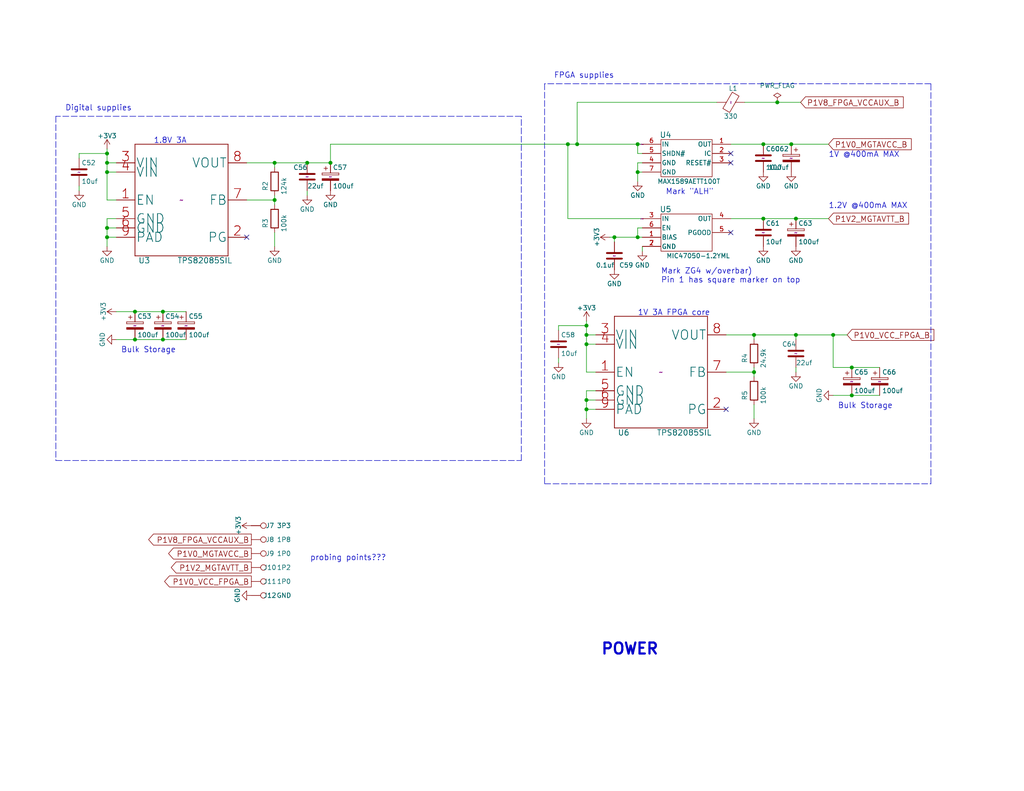
<source format=kicad_sch>
(kicad_sch (version 20250114) (generator "eeschema") (generator_version "9.0")
  (paper "A")
  (title_block (title "hFPGA") (date "2025-09-16") (rev "D") (company "Ethan Yang (github.com/ethanyangtaco115) & Stanely Wang") (comment 1 "A modification of the PicoEVB (github.com/RHSResearchLLC/PicoEVB)") (comment 2 "An expansion"))
  (lib_symbols
    (symbol "+3V3_1" (power) (pin_names (offset 0))
      (property "Value" "+3V3" (at 0 3.556 0))
      (symbol "+3V3_1_1_1"
        (pin power_in line (at 0 0 90) (length 0) (hide yes) (name "+3V3") (number "1"))
      )
    )
    (symbol "+3V3_10" (power) (pin_names (offset 0))
      (property "Value" "+3V3" (at 0 3.556 0))
      (symbol "+3V3_10_1_1"
        (pin power_in line (at 0 0 90) (length 0) (hide yes) (name "+3V3") (number "1"))
      )
    )
    (symbol "+3V3_2" (power) (pin_names (offset 0))
      (property "Value" "+3V3" (at 0 3.556 0))
      (symbol "+3V3_2_1_1"
        (pin power_in line (at 0 0 90) (length 0) (hide yes) (name "+3V3") (number "1"))
      )
    )
    (symbol "+3V3_3" (power) (pin_names (offset 0))
      (property "Value" "+3V3" (at 0 3.556 0))
      (symbol "+3V3_3_1_1"
        (pin power_in line (at 0 0 90) (length 0) (hide yes) (name "+3V3") (number "1"))
      )
    )
    (symbol "+3V3_4" (power) (pin_names (offset 0))
      (property "Value" "+3V3" (at 0 3.556 0))
      (symbol "+3V3_4_1_1"
        (pin power_in line (at 0 0 90) (length 0) (hide yes) (name "+3V3") (number "1"))
      )
    )
    (symbol "+3V3_5" (power) (pin_names (offset 0))
      (property "Value" "+3V3" (at 0 3.556 0))
      (symbol "+3V3_5_1_1"
        (pin power_in line (at 0 0 90) (length 0) (hide yes) (name "+3V3") (number "1"))
      )
    )
    (symbol "+3V3_6" (power) (pin_names (offset 0))
      (property "Value" "+3V3" (at 0 3.556 0))
      (symbol "+3V3_6_1_1"
        (pin power_in line (at 0 0 90) (length 0) (hide yes) (name "+3V3") (number "1"))
      )
    )
    (symbol "+3V3_7" (power) (pin_names (offset 0))
      (property "Value" "+3V3" (at 0 3.556 0))
      (symbol "+3V3_7_1_1"
        (pin power_in line (at 0 0 90) (length 0) (hide yes) (name "+3V3") (number "1"))
      )
    )
    (symbol "+3V3_8" (power) (pin_names (offset 0))
      (property "Value" "+3V3" (at 0 3.556 0))
      (symbol "+3V3_8_1_1"
        (pin power_in line (at 0 0 90) (length 0) (hide yes) (name "+3V3") (number "1"))
      )
    )
    (symbol "+3V3_9" (power) (pin_names (offset 0))
      (property "Value" "+3V3" (at 0 3.556 0))
      (symbol "+3V3_9_1_1"
        (pin power_out line (at 0 0 90) (length 0) (hide yes) (name "+3V3") (number "1"))
      )
    )
    (symbol "CP_1" (pin_numbers (hide yes)) (pin_names (offset 0.254))
      (property "Reference" "C" (at 0.635 2.54 0))
      (property "Value" "CP" (at 0.635 -2.54 0))
      (symbol "CP_1_1_1"
        (pin passive line (at 0 3.81 270) (length 2.794) (name "~") (number "1"))
        (pin passive line (at 0 -3.81 90) (length 2.794) (name "~") (number "2"))
      )
    )
    (symbol "CP_10" (pin_numbers (hide yes)) (pin_names (offset 0.254))
      (property "Reference" "C" (at 0.635 2.54 0))
      (property "Value" "CP" (at 0.635 -2.54 0))
      (symbol "CP_10_1_1"
        (pin passive line (at 0 3.81 270) (length 2.794) (name "~") (number "1"))
        (pin passive line (at 0 -3.81 90) (length 2.794) (name "~") (number "2"))
      )
    )
    (symbol "CP_11" (pin_numbers (hide yes)) (pin_names (offset 0.254))
      (property "Reference" "C" (at 0.635 2.54 0))
      (property "Value" "CP" (at 0.635 -2.54 0))
      (symbol "CP_11_1_1"
        (pin passive line (at 0 3.81 270) (length 2.794) (name "~") (number "1"))
        (pin passive line (at 0 -3.81 90) (length 2.794) (name "~") (number "2"))
      )
    )
    (symbol "CP_12" (pin_numbers (hide yes)) (pin_names (offset 0.254))
      (property "Reference" "C" (at 0.635 2.54 0))
      (property "Value" "CP" (at 0.635 -2.54 0))
      (symbol "CP_12_1_1"
        (pin passive line (at 0 3.81 270) (length 2.794) (name "~") (number "1"))
        (pin passive line (at 0 -3.81 90) (length 2.794) (name "~") (number "2"))
      )
    )
    (symbol "CP_13" (pin_numbers (hide yes)) (pin_names (offset 0.254))
      (property "Reference" "C" (at 0.635 2.54 0))
      (property "Value" "CP" (at 0.635 -2.54 0))
      (symbol "CP_13_1_1"
        (pin passive line (at 0 3.81 270) (length 2.794) (name "~") (number "1"))
        (pin passive line (at 0 -3.81 90) (length 2.794) (name "~") (number "2"))
      )
    )
    (symbol "CP_14" (pin_numbers (hide yes)) (pin_names (offset 0.254))
      (property "Reference" "C" (at 0.635 2.54 0))
      (property "Value" "CP" (at 0.635 -2.54 0))
      (symbol "CP_14_1_1"
        (pin passive line (at 0 3.81 270) (length 2.794) (name "~") (number "1"))
        (pin passive line (at 0 -3.81 90) (length 2.794) (name "~") (number "2"))
      )
    )
    (symbol "CP_15" (pin_numbers (hide yes)) (pin_names (offset 0.254))
      (property "Reference" "C" (at 0.635 2.54 0))
      (property "Value" "CP" (at 0.635 -2.54 0))
      (symbol "CP_15_1_1"
        (pin passive line (at 0 3.81 270) (length 2.794) (name "~") (number "1"))
        (pin passive line (at 0 -3.81 90) (length 2.794) (name "~") (number "2"))
      )
    )
    (symbol "CP_16" (pin_numbers (hide yes)) (pin_names (offset 0.254))
      (property "Reference" "C" (at 0.635 2.54 0))
      (property "Value" "CP" (at 0.635 -2.54 0))
      (symbol "CP_16_1_1"
        (pin passive line (at 0 3.81 270) (length 2.794) (name "~") (number "1"))
        (pin passive line (at 0 -3.81 90) (length 2.794) (name "~") (number "2"))
      )
    )
    (symbol "CP_2" (pin_numbers (hide yes)) (pin_names (offset 0.254))
      (property "Reference" "C" (at 0.635 2.54 0))
      (property "Value" "CP" (at 0.635 -2.54 0))
      (symbol "CP_2_1_1"
        (pin passive line (at 0 3.81 270) (length 2.794) (name "~") (number "1"))
        (pin passive line (at 0 -3.81 90) (length 2.794) (name "~") (number "2"))
      )
    )
    (symbol "CP_3" (pin_numbers (hide yes)) (pin_names (offset 0.254))
      (property "Reference" "C" (at 0.635 2.54 0))
      (property "Value" "CP" (at 0.635 -2.54 0))
      (symbol "CP_3_1_1"
        (pin passive line (at 0 3.81 270) (length 2.794) (name "~") (number "1"))
        (pin passive line (at 0 -3.81 90) (length 2.794) (name "~") (number "2"))
      )
    )
    (symbol "CP_4" (pin_numbers (hide yes)) (pin_names (offset 0.254))
      (property "Reference" "C" (at 0.635 2.54 0))
      (property "Value" "CP" (at 0.635 -2.54 0))
      (symbol "CP_4_1_1"
        (pin passive line (at 0 3.81 270) (length 2.794) (name "~") (number "1"))
        (pin passive line (at 0 -3.81 90) (length 2.794) (name "~") (number "2"))
      )
    )
    (symbol "CP_5" (pin_numbers (hide yes)) (pin_names (offset 0.254))
      (property "Reference" "C" (at 0.635 2.54 0))
      (property "Value" "CP" (at 0.635 -2.54 0))
      (symbol "CP_5_1_1"
        (pin passive line (at 0 3.81 270) (length 2.794) (name "~") (number "1"))
        (pin passive line (at 0 -3.81 90) (length 2.794) (name "~") (number "2"))
      )
    )
    (symbol "CP_6" (pin_numbers (hide yes)) (pin_names (offset 0.254))
      (property "Reference" "C" (at 0.635 2.54 0))
      (property "Value" "CP" (at 0.635 -2.54 0))
      (symbol "CP_6_1_1"
        (pin passive line (at 0 3.81 270) (length 2.794) (name "~") (number "1"))
        (pin passive line (at 0 -3.81 90) (length 2.794) (name "~") (number "2"))
      )
    )
    (symbol "CP_7" (pin_numbers (hide yes)) (pin_names (offset 0.254))
      (property "Reference" "C" (at 0.635 2.54 0))
      (property "Value" "CP" (at 0.635 -2.54 0))
      (symbol "CP_7_1_1"
        (pin passive line (at 0 3.81 270) (length 2.794) (name "~") (number "1"))
        (pin passive line (at 0 -3.81 90) (length 2.794) (name "~") (number "2"))
      )
    )
    (symbol "CP_8" (pin_numbers (hide yes)) (pin_names (offset 0.254))
      (property "Reference" "C" (at 0.635 2.54 0))
      (property "Value" "CP" (at 0.635 -2.54 0))
      (symbol "CP_8_1_1"
        (pin passive line (at 0 3.81 270) (length 2.794) (name "~") (number "1"))
        (pin passive line (at 0 -3.81 90) (length 2.794) (name "~") (number "2"))
      )
    )
    (symbol "CP_9" (pin_numbers (hide yes)) (pin_names (offset 0.254))
      (property "Reference" "C" (at 0.635 2.54 0))
      (property "Value" "CP" (at 0.635 -2.54 0))
      (symbol "CP_9_1_1"
        (pin passive line (at 0 3.81 270) (length 2.794) (name "~") (number "1"))
        (pin passive line (at 0 -3.81 90) (length 2.794) (name "~") (number "2"))
      )
    )
    (symbol "C_1" (pin_numbers (hide yes)) (pin_names (offset 0.254))
      (property "Reference" "C" (at 0.635 2.54 0))
      (property "Value" "C" (at 0.635 -2.54 0))
      (symbol "C_1_1_1"
        (pin passive line (at 0 3.81 270) (length 2.794) (name "~") (number "1"))
        (pin passive line (at 0 -3.81 90) (length 2.794) (name "~") (number "2"))
      )
    )
    (symbol "C_10" (pin_numbers (hide yes)) (pin_names (offset 0.254))
      (property "Reference" "C" (at 0.635 2.54 0))
      (property "Value" "C" (at 0.635 -2.54 0))
      (symbol "C_10_1_1"
        (pin passive line (at 0 3.81 270) (length 2.794) (name "~") (number "1"))
        (pin passive line (at 0 -3.81 90) (length 2.794) (name "~") (number "2"))
      )
    )
    (symbol "C_11" (pin_numbers (hide yes)) (pin_names (offset 0.254))
      (property "Reference" "C" (at 0.635 2.54 0))
      (property "Value" "C" (at 0.635 -2.54 0))
      (symbol "C_11_1_1"
        (pin passive line (at 0 3.81 270) (length 2.794) (name "~") (number "1"))
        (pin passive line (at 0 -3.81 90) (length 2.794) (name "~") (number "2"))
      )
    )
    (symbol "C_12" (pin_numbers (hide yes)) (pin_names (offset 0.254))
      (property "Reference" "C" (at 0.635 2.54 0))
      (property "Value" "C" (at 0.635 -2.54 0))
      (symbol "C_12_1_1"
        (pin passive line (at 0 3.81 270) (length 2.794) (name "~") (number "1"))
        (pin passive line (at 0 -3.81 90) (length 2.794) (name "~") (number "2"))
      )
    )
    (symbol "C_13" (pin_numbers (hide yes)) (pin_names (offset 0.254))
      (property "Reference" "C" (at 0.635 2.54 0))
      (property "Value" "C" (at 0.635 -2.54 0))
      (symbol "C_13_1_1"
        (pin passive line (at 0 3.81 270) (length 2.794) (name "~") (number "1"))
        (pin passive line (at 0 -3.81 90) (length 2.794) (name "~") (number "2"))
      )
    )
    (symbol "C_14" (pin_numbers (hide yes)) (pin_names (offset 0.254))
      (property "Reference" "C" (at 0.635 2.54 0))
      (property "Value" "C" (at 0.635 -2.54 0))
      (symbol "C_14_1_1"
        (pin passive line (at 0 3.81 270) (length 2.794) (name "~") (number "1"))
        (pin passive line (at 0 -3.81 90) (length 2.794) (name "~") (number "2"))
      )
    )
    (symbol "C_2" (pin_numbers (hide yes)) (pin_names (offset 0.254))
      (property "Reference" "C" (at 0.635 2.54 0))
      (property "Value" "C" (at 0.635 -2.54 0))
      (symbol "C_2_1_1"
        (pin passive line (at 0 3.81 270) (length 2.794) (name "~") (number "1"))
        (pin passive line (at 0 -3.81 90) (length 2.794) (name "~") (number "2"))
      )
    )
    (symbol "C_3" (pin_numbers (hide yes)) (pin_names (offset 0.254))
      (property "Reference" "C" (at 0.635 2.54 0))
      (property "Value" "C" (at 0.635 -2.54 0))
      (symbol "C_3_1_1"
        (pin passive line (at 0 3.81 270) (length 2.794) (name "~") (number "1"))
        (pin passive line (at 0 -3.81 90) (length 2.794) (name "~") (number "2"))
      )
    )
    (symbol "C_4" (pin_numbers (hide yes)) (pin_names (offset 0.254))
      (property "Reference" "C" (at 0.635 2.54 0))
      (property "Value" "C" (at 0.635 -2.54 0))
      (symbol "C_4_1_1"
        (pin passive line (at 0 3.81 270) (length 2.794) (name "~") (number "1"))
        (pin passive line (at 0 -3.81 90) (length 2.794) (name "~") (number "2"))
      )
    )
    (symbol "C_5" (pin_numbers (hide yes)) (pin_names (offset 0.254))
      (property "Reference" "C" (at 0.635 2.54 0))
      (property "Value" "C" (at 0.635 -2.54 0))
      (symbol "C_5_1_1"
        (pin passive line (at 0 3.81 270) (length 2.794) (name "~") (number "1"))
        (pin passive line (at 0 -3.81 90) (length 2.794) (name "~") (number "2"))
      )
    )
    (symbol "C_6" (pin_numbers (hide yes)) (pin_names (offset 0.254))
      (property "Reference" "C" (at 0.635 2.54 0))
      (property "Value" "C" (at 0.635 -2.54 0))
      (symbol "C_6_1_1"
        (pin passive line (at 0 3.81 270) (length 2.794) (name "~") (number "1"))
        (pin passive line (at 0 -3.81 90) (length 2.794) (name "~") (number "2"))
      )
    )
    (symbol "C_7" (pin_numbers (hide yes)) (pin_names (offset 0.254))
      (property "Reference" "C" (at 0.635 2.54 0))
      (property "Value" "C" (at 0.635 -2.54 0))
      (symbol "C_7_1_1"
        (pin passive line (at 0 3.81 270) (length 2.794) (name "~") (number "1"))
        (pin passive line (at 0 -3.81 90) (length 2.794) (name "~") (number "2"))
      )
    )
    (symbol "C_8" (pin_numbers (hide yes)) (pin_names (offset 0.254))
      (property "Reference" "C" (at 0.635 2.54 0))
      (property "Value" "C" (at 0.635 -2.54 0))
      (symbol "C_8_1_1"
        (pin passive line (at 0 3.81 270) (length 2.794) (name "~") (number "1"))
        (pin passive line (at 0 -3.81 90) (length 2.794) (name "~") (number "2"))
      )
    )
    (symbol "C_9" (pin_numbers (hide yes)) (pin_names (offset 0.254))
      (property "Reference" "C" (at 0.635 2.54 0))
      (property "Value" "C" (at 0.635 -2.54 0))
      (symbol "C_9_1_1"
        (pin passive line (at 0 3.81 270) (length 2.794) (name "~") (number "1"))
        (pin passive line (at 0 -3.81 90) (length 2.794) (name "~") (number "2"))
      )
    )
    (symbol "Ferrite_Bead_1" (pin_numbers (hide yes)) (pin_names (offset 0))
      (property "Reference" "L" (at -3.81 0.635 90))
      (property "Value" "Ferrite_Bead" (at 3.81 0 90))
      (symbol "Ferrite_Bead_1_1_1"
        (pin passive line (at 0 3.81 270) (length 2.54) (name "~") (number "1"))
        (pin passive line (at 0 -3.81 90) (length 2.54) (name "~") (number "2"))
      )
    )
    (symbol "Ferrite_Bead_2" (pin_numbers (hide yes)) (pin_names (offset 0))
      (property "Reference" "L" (at -3.81 0.635 90))
      (property "Value" "Ferrite_Bead" (at 3.81 0 90))
      (symbol "Ferrite_Bead_2_1_1"
        (pin passive line (at 0 3.81 270) (length 2.54) (name "~") (number "1"))
        (pin passive line (at 0 -3.81 90) (length 2.54) (name "~") (number "2"))
      )
    )
    (symbol "GND_1" (power) (pin_names (offset 0))
      (property "Value" "GND" (at 0 -3.81 0))
      (symbol "GND_1_1_1"
        (pin power_in line (at 0 0 270) (length 0) (hide yes) (name "GND") (number "1"))
      )
    )
    (symbol "GND_10" (power) (pin_names (offset 0))
      (property "Value" "GND" (at 0 -3.81 0))
      (symbol "GND_10_1_1"
        (pin power_in line (at 0 0 270) (length 0) (hide yes) (name "GND") (number "1"))
      )
    )
    (symbol "GND_11" (power) (pin_names (offset 0))
      (property "Value" "GND" (at 0 -3.81 0))
      (symbol "GND_11_1_1"
        (pin power_in line (at 0 0 270) (length 0) (hide yes) (name "GND") (number "1"))
      )
    )
    (symbol "GND_12" (power) (pin_names (offset 0))
      (property "Value" "GND" (at 0 -3.81 0))
      (symbol "GND_12_1_1"
        (pin power_in line (at 0 0 270) (length 0) (hide yes) (name "GND") (number "1"))
      )
    )
    (symbol "GND_13" (power) (pin_names (offset 0))
      (property "Value" "GND" (at 0 -3.81 0))
      (symbol "GND_13_1_1"
        (pin power_in line (at 0 0 270) (length 0) (hide yes) (name "GND") (number "1"))
      )
    )
    (symbol "GND_14" (power) (pin_names (offset 0))
      (property "Value" "GND" (at 0 -3.81 0))
      (symbol "GND_14_1_1"
        (pin power_in line (at 0 0 270) (length 0) (hide yes) (name "GND") (number "1"))
      )
    )
    (symbol "GND_15" (power) (pin_names (offset 0))
      (property "Value" "GND" (at 0 -3.81 0))
      (symbol "GND_15_1_1"
        (pin power_in line (at 0 0 270) (length 0) (hide yes) (name "GND") (number "1"))
      )
    )
    (symbol "GND_16" (power) (pin_names (offset 0))
      (property "Value" "GND" (at 0 -3.81 0))
      (symbol "GND_16_1_1"
        (pin power_in line (at 0 0 270) (length 0) (hide yes) (name "GND") (number "1"))
      )
    )
    (symbol "GND_17" (power) (pin_names (offset 0))
      (property "Value" "GND" (at 0 -3.81 0))
      (symbol "GND_17_1_1"
        (pin power_in line (at 0 0 270) (length 0) (hide yes) (name "GND") (number "1"))
      )
    )
    (symbol "GND_18" (power) (pin_names (offset 0))
      (property "Value" "GND" (at 0 -3.81 0))
      (symbol "GND_18_1_1"
        (pin power_in line (at 0 0 270) (length 0) (hide yes) (name "GND") (number "1"))
      )
    )
    (symbol "GND_19" (power) (pin_names (offset 0))
      (property "Value" "GND" (at 0 -3.81 0))
      (symbol "GND_19_1_1"
        (pin power_in line (at 0 0 270) (length 0) (hide yes) (name "GND") (number "1"))
      )
    )
    (symbol "GND_2" (power) (pin_names (offset 0))
      (property "Value" "GND" (at 0 -3.81 0))
      (symbol "GND_2_1_1"
        (pin power_in line (at 0 0 270) (length 0) (hide yes) (name "GND") (number "1"))
      )
    )
    (symbol "GND_20" (power) (pin_names (offset 0))
      (property "Value" "GND" (at 0 -3.81 0))
      (symbol "GND_20_1_1"
        (pin power_in line (at 0 0 270) (length 0) (hide yes) (name "GND") (number "1"))
      )
    )
    (symbol "GND_21" (power) (pin_names (offset 0))
      (property "Value" "GND" (at 0 -3.81 0))
      (symbol "GND_21_1_1"
        (pin power_in line (at 0 0 270) (length 0) (hide yes) (name "GND") (number "1"))
      )
    )
    (symbol "GND_22" (power) (pin_names (offset 0))
      (property "Value" "GND" (at 0 -3.81 0))
      (symbol "GND_22_1_1"
        (pin power_in line (at 0 0 270) (length 0) (hide yes) (name "GND") (number "1"))
      )
    )
    (symbol "GND_23" (power) (pin_names (offset 0))
      (property "Value" "GND" (at 0 -3.81 0))
      (symbol "GND_23_1_1"
        (pin power_in line (at 0 0 270) (length 0) (hide yes) (name "GND") (number "1"))
      )
    )
    (symbol "GND_24" (power) (pin_names (offset 0))
      (property "Value" "GND" (at 0 -3.81 0))
      (symbol "GND_24_1_1"
        (pin power_in line (at 0 0 270) (length 0) (hide yes) (name "GND") (number "1"))
      )
    )
    (symbol "GND_25" (power) (pin_names (offset 0))
      (property "Value" "GND" (at 0 -3.81 0))
      (symbol "GND_25_1_1"
        (pin power_in line (at 0 0 270) (length 0) (hide yes) (name "GND") (number "1"))
      )
    )
    (symbol "GND_26" (power) (pin_names (offset 0))
      (property "Value" "GND" (at 0 -3.81 0))
      (symbol "GND_26_1_1"
        (pin power_in line (at 0 0 270) (length 0) (hide yes) (name "GND") (number "1"))
      )
    )
    (symbol "GND_27" (power) (pin_names (offset 0))
      (property "Value" "GND" (at 0 -3.81 0))
      (symbol "GND_27_1_1"
        (pin power_in line (at 0 0 270) (length 0) (hide yes) (name "GND") (number "1"))
      )
    )
    (symbol "GND_28" (power) (pin_names (offset 0))
      (property "Value" "GND" (at 0 -3.81 0))
      (symbol "GND_28_1_1"
        (pin power_in line (at 0 0 270) (length 0) (hide yes) (name "GND") (number "1"))
      )
    )
    (symbol "GND_29" (power) (pin_names (offset 0))
      (property "Value" "GND" (at 0 -3.81 0))
      (symbol "GND_29_1_1"
        (pin power_in line (at 0 0 270) (length 0) (hide yes) (name "GND") (number "1"))
      )
    )
    (symbol "GND_3" (power) (pin_names (offset 0))
      (property "Value" "GND" (at 0 -3.81 0))
      (symbol "GND_3_1_1"
        (pin power_in line (at 0 0 270) (length 0) (hide yes) (name "GND") (number "1"))
      )
    )
    (symbol "GND_30" (power) (pin_names (offset 0))
      (property "Value" "GND" (at 0 -3.81 0))
      (symbol "GND_30_1_1"
        (pin power_in line (at 0 0 270) (length 0) (hide yes) (name "GND") (number "1"))
      )
    )
    (symbol "GND_31" (power) (pin_names (offset 0))
      (property "Value" "GND" (at 0 -3.81 0))
      (symbol "GND_31_1_1"
        (pin power_in line (at 0 0 270) (length 0) (hide yes) (name "GND") (number "1"))
      )
    )
    (symbol "GND_32" (power) (pin_names (offset 0))
      (property "Value" "GND" (at 0 -3.81 0))
      (symbol "GND_32_1_1"
        (pin power_in line (at 0 0 270) (length 0) (hide yes) (name "GND") (number "1"))
      )
    )
    (symbol "GND_33" (power) (pin_names (offset 0))
      (property "Value" "GND" (at 0 -3.81 0))
      (symbol "GND_33_1_1"
        (pin power_in line (at 0 0 270) (length 0) (hide yes) (name "GND") (number "1"))
      )
    )
    (symbol "GND_34" (power) (pin_names (offset 0))
      (property "Value" "GND" (at 0 -3.81 0))
      (symbol "GND_34_1_1"
        (pin power_in line (at 0 0 270) (length 0) (hide yes) (name "GND") (number "1"))
      )
    )
    (symbol "GND_35" (power) (pin_names (offset 0))
      (property "Value" "GND" (at 0 -3.81 0))
      (symbol "GND_35_1_1"
        (pin power_in line (at 0 0 270) (length 0) (hide yes) (name "GND") (number "1"))
      )
    )
    (symbol "GND_36" (power) (pin_names (offset 0))
      (property "Value" "GND" (at 0 -3.81 0))
      (symbol "GND_36_1_1"
        (pin power_in line (at 0 0 270) (length 0) (hide yes) (name "GND") (number "1"))
      )
    )
    (symbol "GND_37" (power) (pin_names (offset 0))
      (property "Value" "GND" (at 0 -3.81 0))
      (symbol "GND_37_1_1"
        (pin power_in line (at 0 0 270) (length 0) (hide yes) (name "GND") (number "1"))
      )
    )
    (symbol "GND_38" (power) (pin_names (offset 0))
      (property "Value" "GND" (at 0 -3.81 0))
      (symbol "GND_38_1_1"
        (pin power_in line (at 0 0 270) (length 0) (hide yes) (name "GND") (number "1"))
      )
    )
    (symbol "GND_4" (power) (pin_names (offset 0))
      (property "Value" "GND" (at 0 -3.81 0))
      (symbol "GND_4_1_1"
        (pin power_in line (at 0 0 270) (length 0) (hide yes) (name "GND") (number "1"))
      )
    )
    (symbol "GND_5" (power) (pin_names (offset 0))
      (property "Value" "GND" (at 0 -3.81 0))
      (symbol "GND_5_1_1"
        (pin power_in line (at 0 0 270) (length 0) (hide yes) (name "GND") (number "1"))
      )
    )
    (symbol "GND_6" (power) (pin_names (offset 0))
      (property "Value" "GND" (at 0 -3.81 0))
      (symbol "GND_6_1_1"
        (pin power_in line (at 0 0 270) (length 0) (hide yes) (name "GND") (number "1"))
      )
    )
    (symbol "GND_7" (power) (pin_names (offset 0))
      (property "Value" "GND" (at 0 -3.81 0))
      (symbol "GND_7_1_1"
        (pin power_in line (at 0 0 270) (length 0) (hide yes) (name "GND") (number "1"))
      )
    )
    (symbol "GND_8" (power) (pin_names (offset 0))
      (property "Value" "GND" (at 0 -3.81 0))
      (symbol "GND_8_1_1"
        (pin power_in line (at 0 0 270) (length 0) (hide yes) (name "GND") (number "1"))
      )
    )
    (symbol "GND_9" (power) (pin_names (offset 0))
      (property "Value" "GND" (at 0 -3.81 0))
      (symbol "GND_9_1_1"
        (pin power_in line (at 0 0 270) (length 0) (hide yes) (name "GND") (number "1"))
      )
    )
    (symbol "MAX1589AETTxxxT_1" (pin_names (offset 0.254))
      (property "Reference" "U" (at 6.35 2.54 0))
      (property "Value" "MAX1589AETTxxxT" (at 12.7 -10.16 0))
      (symbol "MAX1589AETTxxxT_1_1_0"
        (pin power_in line (at 0 0 0) (length 5.0038) (name "IN") (number "6"))
        (pin input line (at 0 -2.54 0) (length 5.0038) (name "SHDN#") (number "5"))
        (pin power_in line (at 0 -5.08 0) (length 5.0038) (name "GND") (number "4"))
        (pin unspecified line (at 0 -7.62 0) (length 5.0038) (name "GND") (number "7"))
        (pin output line (at 24.13 0 180) (length 5.0038) (name "OUT") (number "1"))
        (pin unspecified line (at 24.13 -2.54 180) (length 5.0038) (name "IC") (number "2"))
        (pin output line (at 24.13 -5.08 180) (length 5.0038) (name "RESET#") (number "3"))
      )
    )
    (symbol "MAX1589AETTxxxT_2" (pin_names (offset 0.254))
      (property "Reference" "U" (at 6.35 2.54 0))
      (property "Value" "MAX1589AETTxxxT" (at 12.7 -10.16 0))
      (symbol "MAX1589AETTxxxT_2_1_0"
        (pin power_in line (at 0 0 0) (length 5.0038) (name "IN") (number "6"))
        (pin input line (at 0 -2.54 0) (length 5.0038) (name "SHDN#") (number "5"))
        (pin power_in line (at 0 -5.08 0) (length 5.0038) (name "GND") (number "4"))
        (pin unspecified line (at 0 -7.62 0) (length 5.0038) (name "GND") (number "7"))
        (pin output line (at 24.13 0 180) (length 5.0038) (name "OUT") (number "1"))
        (pin unspecified line (at 24.13 -2.54 180) (length 5.0038) (name "IC") (number "2"))
        (pin output line (at 24.13 -5.08 180) (length 5.0038) (name "RESET#") (number "3"))
      )
    )
    (symbol "MIC47050_1" (pin_names (offset 0.254))
      (property "Reference" "U" (at 6.35 2.54 0))
      (property "Value" "MIC47050" (at 12.7 -12.7 0))
      (symbol "MIC47050_1_1_0"
        (pin power_in line (at 0 0 0) (length 5.0038) (name "IN") (number "3"))
        (pin input line (at 0 -2.54 0) (length 5.0038) (name "EN") (number "6"))
        (pin power_in line (at 0 -5.08 0) (length 5.0038) (name "BIAS") (number "1"))
        (pin power_in line (at 0 -7.62 0) (length 5.0038) (name "GND") (number "2"))
        (pin power_in line (at 0 -7.62 0) (length 5.0038) (name "GND") (number "7"))
        (pin power_out line (at 24.13 0 180) (length 5.0038) (name "OUT") (number "4"))
        (pin output line (at 24.13 -3.81 180) (length 5.0038) (name "PGOOD") (number "5"))
      )
    )
    (symbol "MIC47050_2" (pin_names (offset 0.254))
      (property "Reference" "U" (at 6.35 2.54 0))
      (property "Value" "MIC47050" (at 12.7 -12.7 0))
      (symbol "MIC47050_2_1_0"
        (pin power_in line (at 0 0 0) (length 5.0038) (name "IN") (number "3"))
        (pin input line (at 0 -2.54 0) (length 5.0038) (name "EN") (number "6"))
        (pin power_in line (at 0 -5.08 0) (length 5.0038) (name "BIAS") (number "1"))
        (pin power_in line (at 0 -7.62 0) (length 5.0038) (name "GND") (number "2"))
        (pin power_in line (at 0 -7.62 0) (length 5.0038) (name "GND") (number "7"))
        (pin power_out line (at 24.13 0 180) (length 5.0038) (name "OUT") (number "4"))
        (pin output line (at 24.13 -3.81 180) (length 5.0038) (name "PGOOD") (number "5"))
      )
    )
    (symbol "PWR_FLAG_1" (power) (pin_numbers (hide yes)) (pin_names (offset 0) (hide yes))
      (property "Value" "PWR_FLAG" (at 0 3.81 0))
      (symbol "PWR_FLAG_1_0_0"
        (pin power_out line (at 0 0 90) (length 0) (name "pwr") (number "1"))
      )
    )
    (symbol "PWR_FLAG_2" (power) (pin_numbers (hide yes)) (pin_names (offset 0) (hide yes))
      (property "Value" "PWR_FLAG" (at 0 3.81 0))
      (symbol "PWR_FLAG_2_0_0"
        (pin power_out line (at 0 0 90) (length 0) (name "pwr") (number "1"))
      )
    )
    (symbol "R_1" (pin_numbers (hide yes)) (pin_names (offset 0))
      (property "Reference" "R" (at 2.032 0 90))
      (property "Value" "R" (at 0 0 90))
      (symbol "R_1_1_1"
        (pin passive line (at 0 3.81 270) (length 1.27) (name "~") (number "1"))
        (pin passive line (at 0 -3.81 90) (length 1.27) (name "~") (number "2"))
      )
    )
    (symbol "R_2" (pin_numbers (hide yes)) (pin_names (offset 0))
      (property "Reference" "R" (at 2.032 0 90))
      (property "Value" "R" (at 0 0 90))
      (symbol "R_2_1_1"
        (pin passive line (at 0 3.81 270) (length 1.27) (name "~") (number "1"))
        (pin passive line (at 0 -3.81 90) (length 1.27) (name "~") (number "2"))
      )
    )
    (symbol "R_3" (pin_numbers (hide yes)) (pin_names (offset 0))
      (property "Reference" "R" (at 2.032 0 90))
      (property "Value" "R" (at 0 0 90))
      (symbol "R_3_1_1"
        (pin passive line (at 0 3.81 270) (length 1.27) (name "~") (number "1"))
        (pin passive line (at 0 -3.81 90) (length 1.27) (name "~") (number "2"))
      )
    )
    (symbol "R_4" (pin_numbers (hide yes)) (pin_names (offset 0))
      (property "Reference" "R" (at 2.032 0 90))
      (property "Value" "R" (at 0 0 90))
      (symbol "R_4_1_1"
        (pin passive line (at 0 3.81 270) (length 1.27) (name "~") (number "1"))
        (pin passive line (at 0 -3.81 90) (length 1.27) (name "~") (number "2"))
      )
    )
    (symbol "R_5" (pin_numbers (hide yes)) (pin_names (offset 0))
      (property "Reference" "R" (at 2.032 0 90))
      (property "Value" "R" (at 0 0 90))
      (symbol "R_5_1_1"
        (pin passive line (at 0 3.81 270) (length 1.27) (name "~") (number "1"))
        (pin passive line (at 0 -3.81 90) (length 1.27) (name "~") (number "2"))
      )
    )
    (symbol "R_6" (pin_numbers (hide yes)) (pin_names (offset 0))
      (property "Reference" "R" (at 2.032 0 90))
      (property "Value" "R" (at 0 0 90))
      (symbol "R_6_1_1"
        (pin passive line (at 0 3.81 270) (length 1.27) (name "~") (number "1"))
        (pin passive line (at 0 -3.81 90) (length 1.27) (name "~") (number "2"))
      )
    )
    (symbol "R_7" (pin_numbers (hide yes)) (pin_names (offset 0))
      (property "Reference" "R" (at 2.032 0 90))
      (property "Value" "R" (at 0 0 90))
      (symbol "R_7_1_1"
        (pin passive line (at 0 3.81 270) (length 1.27) (name "~") (number "1"))
        (pin passive line (at 0 -3.81 90) (length 1.27) (name "~") (number "2"))
      )
    )
    (symbol "R_8" (pin_numbers (hide yes)) (pin_names (offset 0))
      (property "Reference" "R" (at 2.032 0 90))
      (property "Value" "R" (at 0 0 90))
      (symbol "R_8_1_1"
        (pin passive line (at 0 3.81 270) (length 1.27) (name "~") (number "1"))
        (pin passive line (at 0 -3.81 90) (length 1.27) (name "~") (number "2"))
      )
    )
    (symbol "TEST_1P_1" (pin_numbers (hide yes)) (pin_names (offset 0.762) (hide yes))
      (property "Reference" "J" (at 0 6.858 0))
      (property "Value" "TEST_1P" (at 0 5.08 0))
      (symbol "TEST_1P_1_1_1"
        (pin passive line (at 0 0 90) (length 2.54) (name "1") (number "1"))
      )
    )
    (symbol "TEST_1P_10" (pin_numbers (hide yes)) (pin_names (offset 0.762) (hide yes))
      (property "Reference" "J" (at 0 6.858 0))
      (property "Value" "TEST_1P" (at 0 5.08 0))
      (symbol "TEST_1P_10_1_1"
        (pin passive line (at 0 0 90) (length 2.54) (name "1") (number "1"))
      )
    )
    (symbol "TEST_1P_11" (pin_numbers (hide yes)) (pin_names (offset 0.762) (hide yes))
      (property "Reference" "J" (at 0 6.858 0))
      (property "Value" "TEST_1P" (at 0 5.08 0))
      (symbol "TEST_1P_11_1_1"
        (pin passive line (at 0 0 90) (length 2.54) (name "1") (number "1"))
      )
    )
    (symbol "TEST_1P_12" (pin_numbers (hide yes)) (pin_names (offset 0.762) (hide yes))
      (property "Reference" "J" (at 0 6.858 0))
      (property "Value" "TEST_1P" (at 0 5.08 0))
      (symbol "TEST_1P_12_1_1"
        (pin passive line (at 0 0 90) (length 2.54) (name "1") (number "1"))
      )
    )
    (symbol "TEST_1P_2" (pin_numbers (hide yes)) (pin_names (offset 0.762) (hide yes))
      (property "Reference" "J" (at 0 6.858 0))
      (property "Value" "TEST_1P" (at 0 5.08 0))
      (symbol "TEST_1P_2_1_1"
        (pin passive line (at 0 0 90) (length 2.54) (name "1") (number "1"))
      )
    )
    (symbol "TEST_1P_3" (pin_numbers (hide yes)) (pin_names (offset 0.762) (hide yes))
      (property "Reference" "J" (at 0 6.858 0))
      (property "Value" "TEST_1P" (at 0 5.08 0))
      (symbol "TEST_1P_3_1_1"
        (pin passive line (at 0 0 90) (length 2.54) (name "1") (number "1"))
      )
    )
    (symbol "TEST_1P_4" (pin_numbers (hide yes)) (pin_names (offset 0.762) (hide yes))
      (property "Reference" "J" (at 0 6.858 0))
      (property "Value" "TEST_1P" (at 0 5.08 0))
      (symbol "TEST_1P_4_1_1"
        (pin passive line (at 0 0 90) (length 2.54) (name "1") (number "1"))
      )
    )
    (symbol "TEST_1P_5" (pin_numbers (hide yes)) (pin_names (offset 0.762) (hide yes))
      (property "Reference" "J" (at 0 6.858 0))
      (property "Value" "TEST_1P" (at 0 5.08 0))
      (symbol "TEST_1P_5_1_1"
        (pin passive line (at 0 0 90) (length 2.54) (name "1") (number "1"))
      )
    )
    (symbol "TEST_1P_6" (pin_numbers (hide yes)) (pin_names (offset 0.762) (hide yes))
      (property "Reference" "J" (at 0 6.858 0))
      (property "Value" "TEST_1P" (at 0 5.08 0))
      (symbol "TEST_1P_6_1_1"
        (pin passive line (at 0 0 90) (length 2.54) (name "1") (number "1"))
      )
    )
    (symbol "TEST_1P_7" (pin_numbers (hide yes)) (pin_names (offset 0.762) (hide yes))
      (property "Reference" "J" (at 0 6.858 0))
      (property "Value" "TEST_1P" (at 0 5.08 0))
      (symbol "TEST_1P_7_1_1"
        (pin passive line (at 0 0 90) (length 2.54) (name "1") (number "1"))
      )
    )
    (symbol "TEST_1P_8" (pin_numbers (hide yes)) (pin_names (offset 0.762) (hide yes))
      (property "Reference" "J" (at 0 6.858 0))
      (property "Value" "TEST_1P" (at 0 5.08 0))
      (symbol "TEST_1P_8_1_1"
        (pin passive line (at 0 0 90) (length 2.54) (name "1") (number "1"))
      )
    )
    (symbol "TEST_1P_9" (pin_numbers (hide yes)) (pin_names (offset 0.762) (hide yes))
      (property "Reference" "J" (at 0 6.858 0))
      (property "Value" "TEST_1P" (at 0 5.08 0))
      (symbol "TEST_1P_9_1_1"
        (pin passive line (at 0 0 90) (length 2.54) (name "1") (number "1"))
      )
    )
    (symbol "TPS82084SIL_1" (pin_names (offset 0.254))
      (property "Reference" "U" (at 0 2.54 0))
      (property "Value" "TPS82084SIL" (at 0 0 0))
      (symbol "TPS82084SIL_1_1_0"
        (pin unspecified line (at -17.78 10.16 0) (length 5.08) (name "VIN") (number "3"))
        (pin unspecified line (at -17.78 7.62 0) (length 5.08) (name "VIN") (number "4"))
        (pin unspecified line (at -17.78 0 0) (length 5.08) (name "EN") (number "1"))
        (pin unspecified line (at -17.78 -5.08 0) (length 5.08) (name "GND") (number "5"))
        (pin unspecified line (at -17.78 -7.62 0) (length 5.08) (name "GND") (number "6"))
        (pin unspecified line (at -17.78 -10.16 0) (length 5.08) (name "PAD") (number "9"))
        (pin unspecified line (at 17.78 10.16 180) (length 5.08) (name "VOUT") (number "8"))
        (pin unspecified line (at 17.78 0 180) (length 5.08) (name "FB") (number "7"))
        (pin unspecified line (at 17.78 -10.16 180) (length 5.08) (name "PG") (number "2"))
      )
    )
    (symbol "TPS82084SIL_2" (pin_names (offset 0.254))
      (property "Reference" "U" (at 0 2.54 0))
      (property "Value" "TPS82084SIL" (at 0 0 0))
      (symbol "TPS82084SIL_2_1_0"
        (pin unspecified line (at -17.78 10.16 0) (length 5.08) (name "VIN") (number "3"))
        (pin unspecified line (at -17.78 7.62 0) (length 5.08) (name "VIN") (number "4"))
        (pin unspecified line (at -17.78 0 0) (length 5.08) (name "EN") (number "1"))
        (pin unspecified line (at -17.78 -5.08 0) (length 5.08) (name "GND") (number "5"))
        (pin unspecified line (at -17.78 -7.62 0) (length 5.08) (name "GND") (number "6"))
        (pin unspecified line (at -17.78 -10.16 0) (length 5.08) (name "PAD") (number "9"))
        (pin unspecified line (at 17.78 10.16 180) (length 5.08) (name "VOUT") (number "8"))
        (pin unspecified line (at 17.78 0 180) (length 5.08) (name "FB") (number "7"))
        (pin unspecified line (at 17.78 -10.16 180) (length 5.08) (name "PG") (number "2"))
      )
    )
    (symbol "TPS82084SIL_3" (pin_names (offset 0.254))
      (property "Reference" "U" (at 0 2.54 0))
      (property "Value" "TPS82084SIL" (at 0 0 0))
      (symbol "TPS82084SIL_3_1_0"
        (pin unspecified line (at -17.78 10.16 0) (length 5.08) (name "VIN") (number "3"))
        (pin unspecified line (at -17.78 7.62 0) (length 5.08) (name "VIN") (number "4"))
        (pin unspecified line (at -17.78 0 0) (length 5.08) (name "EN") (number "1"))
        (pin unspecified line (at -17.78 -5.08 0) (length 5.08) (name "GND") (number "5"))
        (pin unspecified line (at -17.78 -7.62 0) (length 5.08) (name "GND") (number "6"))
        (pin unspecified line (at -17.78 -10.16 0) (length 5.08) (name "PAD") (number "9"))
        (pin unspecified line (at 17.78 10.16 180) (length 5.08) (name "VOUT") (number "8"))
        (pin unspecified line (at 17.78 0 180) (length 5.08) (name "FB") (number "7"))
        (pin unspecified line (at 17.78 -10.16 180) (length 5.08) (name "PG") (number "2"))
      )
    )
    (symbol "TPS82084SIL_4" (pin_names (offset 0.254))
      (property "Reference" "U" (at 0 2.54 0))
      (property "Value" "TPS82084SIL" (at 0 0 0))
      (symbol "TPS82084SIL_4_1_0"
        (pin unspecified line (at -17.78 10.16 0) (length 5.08) (name "VIN") (number "3"))
        (pin unspecified line (at -17.78 7.62 0) (length 5.08) (name "VIN") (number "4"))
        (pin unspecified line (at -17.78 0 0) (length 5.08) (name "EN") (number "1"))
        (pin unspecified line (at -17.78 -5.08 0) (length 5.08) (name "GND") (number "5"))
        (pin unspecified line (at -17.78 -7.62 0) (length 5.08) (name "GND") (number "6"))
        (pin unspecified line (at -17.78 -10.16 0) (length 5.08) (name "PAD") (number "9"))
        (pin unspecified line (at 17.78 10.16 180) (length 5.08) (name "VOUT") (number "8"))
        (pin unspecified line (at 17.78 0 180) (length 5.08) (name "FB") (number "7"))
        (pin unspecified line (at 17.78 -10.16 180) (length 5.08) (name "PG") (number "2"))
      )
    )
  )
  (text "Bulk Storage" (at 228.6 111.76 0) (effects (font (size 1.524 1.524)) (justify left bottom)))
  (text "1V 3A FPGA core" (at 173.99 86.36 0) (effects (font (size 1.524 1.524)) (justify left bottom)))
  (text "Mark ZG4 w/overbar)\nPin 1 has square marker on top" (at 180.34 77.47 0) (effects (font (size 1.524 1.524)) (justify left bottom)))
  (text "1.2V @400mA MAX" (at 226.06 57.15 0) (effects (font (size 1.524 1.524)) (justify left bottom)))
  (text "1V @400mA MAX" (at 226.06 43.18 0) (effects (font (size 1.524 1.524)) (justify left bottom)))
  (text "1.8V 3A" (at 41.91 39.37 0) (effects (font (size 1.524 1.524)) (justify left bottom)))
  (text "POWER" (at 163.83 179.07 0) (effects (font (size 2.9972 2.9972) (thickness 0.5994) (bold yes)) (justify left bottom)))
  (text "probing points???" (at 94.996 152.4 0) (effects (font (size 1.524 1.524))))
  (text "Mark \"ALH\"" (at 181.61 53.34 0) (effects (font (size 1.524 1.524)) (justify left bottom)))
  (text "Bulk Storage" (at 33.02 96.52 0) (effects (font (size 1.524 1.524)) (justify left bottom)))
  (text "Digital supplies" (at 17.78 30.48 0) (effects (font (size 1.524 1.524)) (justify left bottom)))
  (text "FPGA supplies" (at 151.13 21.59 0) (effects (font (size 1.524 1.524)) (justify left bottom)))
  (junction (at 29.21 62.23))
  (junction (at 83.82 44.45))
  (junction (at 167.64 64.77))
  (junction (at 208.28 59.69))
  (junction (at 217.17 91.44))
  (junction (at 44.45 92.71))
  (junction (at 29.21 46.99))
  (junction (at 160.02 88.9))
  (junction (at 160.02 111.76))
  (junction (at 160.02 93.98))
  (junction (at 205.74 101.6))
  (junction (at 29.21 44.45))
  (junction (at 212.09 27.94))
  (junction (at 160.02 109.22))
  (junction (at 154.94 39.37))
  (junction (at 173.99 64.77))
  (junction (at 232.41 107.95))
  (junction (at 217.17 59.69))
  (junction (at 173.99 39.37))
  (junction (at 36.83 92.71))
  (junction (at 90.17 44.45))
  (junction (at 173.99 46.99))
  (junction (at 36.83 85.09))
  (junction (at 44.45 85.09))
  (junction (at 29.21 41.91))
  (junction (at 208.28 39.37))
  (junction (at 227.33 91.44))
  (junction (at 74.93 44.45))
  (junction (at 205.74 91.44))
  (junction (at 29.21 64.77))
  (junction (at 215.9 39.37))
  (junction (at 160.02 91.44))
  (junction (at 157.48 39.37))
  (junction (at 74.93 54.61))
  (junction (at 232.41 100.33))
  (no_connect (at 198.12 111.76))
  (no_connect (at 199.39 63.5))
  (no_connect (at 67.31 64.77))
  (no_connect (at 199.39 41.91))
  (no_connect (at 199.39 44.45))
  (wire (pts (xy 152.4 97.79) (xy 152.4 99.06)))
  (wire (pts (xy 195.58 27.94) (xy 157.48 27.94)))
  (wire (pts (xy 173.99 39.37) (xy 175.26 39.37)))
  (wire (pts (xy 205.74 91.44) (xy 217.17 91.44)))
  (wire (pts (xy 166.37 64.77) (xy 167.64 64.77)))
  (wire (pts (xy 29.21 44.45) (xy 29.21 46.99)))
  (polyline (pts (xy 254 132.08) (xy 254 22.86)) (stroke (width 0) (type dash)))
  (wire (pts (xy 29.21 62.23) (xy 29.21 64.77)))
  (wire (pts (xy 227.33 100.33) (xy 227.33 91.44)))
  (wire (pts (xy 205.74 91.44) (xy 205.74 92.71)))
  (wire (pts (xy 160.02 87.63) (xy 160.02 88.9)))
  (wire (pts (xy 67.31 44.45) (xy 74.93 44.45)))
  (wire (pts (xy 198.12 101.6) (xy 205.74 101.6)))
  (wire (pts (xy 199.39 39.37) (xy 208.28 39.37)))
  (wire (pts (xy 167.64 66.04) (xy 167.64 64.77)))
  (wire (pts (xy 160.02 101.6) (xy 162.56 101.6)))
  (wire (pts (xy 157.48 27.94) (xy 157.48 39.37)))
  (wire (pts (xy 21.59 41.91) (xy 21.59 43.18)))
  (wire (pts (xy 67.31 54.61) (xy 74.93 54.61)))
  (wire (pts (xy 217.17 92.71) (xy 217.17 91.44)))
  (wire (pts (xy 217.17 59.69) (xy 226.06 59.69)))
  (wire (pts (xy 175.26 44.45) (xy 173.99 44.45)))
  (wire (pts (xy 160.02 106.68) (xy 160.02 109.22)))
  (wire (pts (xy 31.75 64.77) (xy 29.21 64.77)))
  (wire (pts (xy 44.45 85.09) (xy 50.8 85.09)))
  (wire (pts (xy 154.94 59.69) (xy 154.94 39.37)))
  (wire (pts (xy 83.82 44.45) (xy 90.17 44.45)))
  (polyline (pts (xy 148.59 132.08) (xy 254 132.08)) (stroke (width 0) (type dash)))
  (wire (pts (xy 31.75 62.23) (xy 29.21 62.23)))
  (wire (pts (xy 83.82 52.07) (xy 83.82 53.34)))
  (wire (pts (xy 215.9 39.37) (xy 226.06 39.37)))
  (wire (pts (xy 29.21 44.45) (xy 31.75 44.45)))
  (wire (pts (xy 167.64 64.77) (xy 173.99 64.77)))
  (wire (pts (xy 160.02 93.98) (xy 162.56 93.98)))
  (wire (pts (xy 160.02 88.9) (xy 160.02 91.44)))
  (wire (pts (xy 152.4 88.9) (xy 152.4 90.17)))
  (wire (pts (xy 29.21 46.99) (xy 29.21 54.61)))
  (wire (pts (xy 29.21 54.61) (xy 31.75 54.61)))
  (wire (pts (xy 205.74 101.6) (xy 205.74 102.87)))
  (wire (pts (xy 232.41 100.33) (xy 240.03 100.33)))
  (wire (pts (xy 199.39 59.69) (xy 208.28 59.69)))
  (wire (pts (xy 31.75 59.69) (xy 29.21 59.69)))
  (wire (pts (xy 29.21 59.69) (xy 29.21 62.23)))
  (wire (pts (xy 227.33 91.44) (xy 231.14 91.44)))
  (wire (pts (xy 198.12 91.44) (xy 205.74 91.44)))
  (wire (pts (xy 21.59 50.8) (xy 21.59 52.07)))
  (wire (pts (xy 36.83 85.09) (xy 44.45 85.09)))
  (wire (pts (xy 74.93 44.45) (xy 74.93 45.72)))
  (polyline (pts (xy 15.24 31.75) (xy 15.24 125.73)) (stroke (width 0) (type dash)))
  (wire (pts (xy 160.02 88.9) (xy 152.4 88.9)))
  (polyline (pts (xy 142.24 125.73) (xy 142.24 31.75)) (stroke (width 0) (type dash)))
  (wire (pts (xy 160.02 91.44) (xy 160.02 93.98)))
  (wire (pts (xy 173.99 64.77) (xy 175.26 64.77)))
  (wire (pts (xy 217.17 91.44) (xy 227.33 91.44)))
  (wire (pts (xy 175.26 67.31) (xy 175.26 68.58)))
  (wire (pts (xy 217.17 100.33) (xy 217.17 101.6)))
  (wire (pts (xy 160.02 91.44) (xy 162.56 91.44)))
  (polyline (pts (xy 254 22.86) (xy 148.59 22.86)) (stroke (width 0) (type dash)))
  (wire (pts (xy 162.56 109.22) (xy 160.02 109.22)))
  (wire (pts (xy 173.99 62.23) (xy 173.99 64.77)))
  (wire (pts (xy 31.75 85.09) (xy 36.83 85.09)))
  (wire (pts (xy 203.2 27.94) (xy 212.09 27.94)))
  (wire (pts (xy 74.93 44.45) (xy 83.82 44.45)))
  (wire (pts (xy 173.99 41.91) (xy 173.99 39.37)))
  (wire (pts (xy 74.93 54.61) (xy 74.93 55.88)))
  (wire (pts (xy 208.28 39.37) (xy 215.9 39.37)))
  (wire (pts (xy 175.26 41.91) (xy 173.99 41.91)))
  (wire (pts (xy 44.45 92.71) (xy 50.8 92.71)))
  (wire (pts (xy 205.74 110.49) (xy 205.74 114.3)))
  (wire (pts (xy 160.02 109.22) (xy 160.02 111.76)))
  (wire (pts (xy 162.56 111.76) (xy 160.02 111.76)))
  (wire (pts (xy 173.99 44.45) (xy 173.99 46.99)))
  (wire (pts (xy 31.75 92.71) (xy 36.83 92.71)))
  (wire (pts (xy 212.09 27.94) (xy 218.44 27.94)))
  (wire (pts (xy 157.48 39.37) (xy 173.99 39.37)))
  (wire (pts (xy 173.99 46.99) (xy 173.99 49.53)))
  (wire (pts (xy 154.94 59.69) (xy 175.26 59.69)))
  (wire (pts (xy 29.21 64.77) (xy 29.21 67.31)))
  (wire (pts (xy 175.26 46.99) (xy 173.99 46.99)))
  (wire (pts (xy 90.17 44.45) (xy 90.17 39.37)))
  (polyline (pts (xy 142.24 31.75) (xy 15.24 31.75)) (stroke (width 0) (type dash)))
  (wire (pts (xy 208.28 59.69) (xy 217.17 59.69)))
  (wire (pts (xy 29.21 40.64) (xy 29.21 41.91)))
  (wire (pts (xy 160.02 93.98) (xy 160.02 101.6)))
  (wire (pts (xy 74.93 53.34) (xy 74.93 54.61)))
  (wire (pts (xy 205.74 100.33) (xy 205.74 101.6)))
  (wire (pts (xy 162.56 106.68) (xy 160.02 106.68)))
  (wire (pts (xy 36.83 92.71) (xy 44.45 92.71)))
  (wire (pts (xy 227.33 100.33) (xy 232.41 100.33)))
  (wire (pts (xy 232.41 107.95) (xy 240.03 107.95)))
  (wire (pts (xy 29.21 41.91) (xy 21.59 41.91)))
  (wire (pts (xy 160.02 111.76) (xy 160.02 114.3)))
  (polyline (pts (xy 15.24 125.73) (xy 142.24 125.73)) (stroke (width 0) (type dash)))
  (wire (pts (xy 154.94 39.37) (xy 157.48 39.37)))
  (polyline (pts (xy 148.59 22.86) (xy 148.59 132.08)) (stroke (width 0) (type dash)))
  (wire (pts (xy 74.93 63.5) (xy 74.93 67.31)))
  (wire (pts (xy 29.21 46.99) (xy 31.75 46.99)))
  (wire (pts (xy 227.33 107.95) (xy 232.41 107.95)))
  (wire (pts (xy 175.26 62.23) (xy 173.99 62.23)))
  (wire (pts (xy 29.21 41.91) (xy 29.21 44.45)))
  (wire (pts (xy 90.17 39.37) (xy 154.94 39.37)))
  (global_label "P1V2_MGTAVTT_B" (shape input) (at 226.06 59.69 0) (effects (font (size 1.524 1.524))) (property "Intersheetrefs" "${INTERSHEET_REFS}" (effects (hide yes))))
  (global_label "P1V2_MGTAVTT_B" (shape output) (at 68.58 154.94 180) (effects (font (size 1.524 1.524))) (property "Intersheetrefs" "${INTERSHEET_REFS}" (effects (hide yes))))
  (global_label "P1V0_MGTAVCC_B" (shape output) (at 68.58 151.13 180) (effects (font (size 1.524 1.524))) (property "Intersheetrefs" "${INTERSHEET_REFS}" (effects (hide yes))))
  (global_label "P1V0_VCC_FPGA_B" (shape input) (at 231.14 91.44 0) (effects (font (size 1.524 1.524))) (property "Intersheetrefs" "${INTERSHEET_REFS}" (effects (hide yes))))
  (global_label "P1V8_FPGA_VCCAUX_B" (shape output) (at 68.58 147.32 180) (effects (font (size 1.524 1.524))) (property "Intersheetrefs" "${INTERSHEET_REFS}" (effects (hide yes))))
  (global_label "P1V0_VCC_FPGA_B" (shape output) (at 68.58 158.75 180) (effects (font (size 1.524 1.524))) (property "Intersheetrefs" "${INTERSHEET_REFS}" (effects (hide yes))))
  (global_label "P1V8_FPGA_VCCAUX_B" (shape input) (at 218.44 27.94 0) (effects (font (size 1.524 1.524))) (property "Intersheetrefs" "${INTERSHEET_REFS}" (effects (hide yes))))
  (global_label "P1V0_MGTAVCC_B" (shape input) (at 226.06 39.37 0) (effects (font (size 1.524 1.524))) (property "Intersheetrefs" "${INTERSHEET_REFS}" (effects (hide yes))))
  (symbol (lib_name "TPS82084SIL_3") (lib_id "PicoEVB-rescue:TPS82084SIL") (at 49.53 54.61 0) (unit 1)
    (property "Reference" "U3" (at 39.37 71.12 0) (effects (font (size 1.524 1.524))))
    (property "Value" "TPS82085SIL" (at 55.88 71.12 0) (effects (font (size 1.524 1.524))))
    (property "Footprint" "tps82084:TPS82084SILR" (effects (hide yes)))
    (property "Datasheet" "~" (at 49.53 54.61 0) (effects (font (size 1.524 1.524))))
    (property "MPN" "TPS82085SILT" (effects (hide yes)))
  )
  (symbol (lib_name "+3V3_9") (lib_id "PicoEVB-rescue:+3V3") (at 29.21 40.64 0) (unit 1)
    (property "Reference" "#PWR025" (effects (hide yes)))
    (property "Value" "+3V3" (at 29.21 37.084 0))
  )
  (symbol (lib_name "GND_36") (lib_id "PicoEVB-rescue:GND") (at 29.21 67.31 0) (unit 1)
    (property "Reference" "#PWR026" (effects (hide yes)))
    (property "Value" "GND" (at 29.21 71.12 0))
  )
  (symbol (lib_name "R_5") (lib_id "PicoEVB-rescue:R") (at 74.93 49.53 0) (unit 1)
    (property "Reference" "R2" (at 72.39 50.8 90))
    (property "Value" "124k" (at 77.47 50.8 90))
    (property "Footprint" "SMT:r_0201_least" (effects (hide yes)))
    (property "MPN" "RC0201FR-07124KL" (effects (hide yes)))
  )
  (symbol (lib_name "R_6") (lib_id "PicoEVB-rescue:R") (at 74.93 59.69 0) (unit 1)
    (property "Reference" "R3" (at 72.39 60.96 90))
    (property "Value" "100k" (at 77.47 60.96 90))
    (property "Footprint" "SMT:r_0201_least" (effects (hide yes)))
    (property "MPN" "RC0201FR-07100KL" (effects (hide yes)))
  )
  (symbol (lib_name "GND_26") (lib_id "PicoEVB-rescue:GND") (at 74.93 67.31 0) (unit 1)
    (property "Reference" "#PWR027" (effects (hide yes)))
    (property "Value" "GND" (at 74.93 71.12 0))
  )
  (symbol (lib_name "C_14") (lib_id "PicoEVB-rescue:C") (at 21.59 46.99 0) (unit 1)
    (property "Reference" "C52" (at 22.225 44.45 0) (effects (justify left)))
    (property "Value" "10uf" (at 22.225 49.53 0) (effects (justify left)))
    (property "Footprint" "SMT:c_0402" (effects (hide yes)))
    (property "Datasheet" "~" (at 21.59 46.99 0))
    (property "MPN" "CC0402MRX5R5BB106" (effects (hide yes)))
  )
  (symbol (lib_name "GND_37") (lib_id "PicoEVB-rescue:GND") (at 21.59 52.07 0) (unit 1)
    (property "Reference" "#PWR028" (effects (hide yes)))
    (property "Value" "GND" (at 21.59 55.88 0))
  )
  (symbol (lib_name "GND_22") (lib_id "PicoEVB-rescue:GND") (at 83.82 53.34 0) (unit 1)
    (property "Reference" "#PWR029" (effects (hide yes)))
    (property "Value" "GND" (at 83.82 57.15 0))
  )
  (symbol (lib_name "TPS82084SIL_4") (lib_id "PicoEVB-rescue:TPS82084SIL") (at 180.34 101.6 0) (unit 1)
    (property "Reference" "U6" (at 170.18 118.11 0) (effects (font (size 1.524 1.524))))
    (property "Value" "TPS82085SIL" (at 186.69 118.11 0) (effects (font (size 1.524 1.524))))
    (property "Footprint" "tps82084:TPS82084SILR" (effects (hide yes)))
    (property "Datasheet" "~" (at 180.34 101.6 0) (effects (font (size 1.524 1.524))))
    (property "MPN" "TPS82085SILT" (effects (hide yes)))
  )
  (symbol (lib_name "+3V3_6") (lib_id "PicoEVB-rescue:+3V3") (at 160.02 87.63 0) (unit 1)
    (property "Reference" "#PWR030" (effects (hide yes)))
    (property "Value" "+3V3" (at 160.02 84.074 0))
  )
  (symbol (lib_name "+3V3_7") (lib_id "PicoEVB-rescue:+3V3") (at 166.37 64.77 90) (unit 1)
    (property "Reference" "#PWR035" (effects (hide yes)))
    (property "Value" "+3V3" (at 162.814 64.77 0))
  )
  (symbol (lib_name "C_11") (lib_id "PicoEVB-rescue:C") (at 167.64 69.85 0) (unit 1)
    (property "Reference" "C59" (at 168.91 72.39 0) (effects (justify left)))
    (property "Value" "0.1uf" (at 162.56 72.39 0) (effects (justify left)))
    (property "Footprint" "SMT:c_0201_least" (effects (hide yes)))
    (property "Datasheet" "~" (at 167.64 69.85 0))
    (property "MPN" "cc0201krx5r5bb104" (effects (hide yes)))
  )
  (symbol (lib_name "GND_27") (lib_id "PicoEVB-rescue:GND") (at 167.64 73.66 0) (unit 1)
    (property "Reference" "#PWR041" (effects (hide yes)))
    (property "Value" "GND" (at 167.64 77.47 0))
  )
  (symbol (lib_name "GND_34") (lib_id "PicoEVB-rescue:GND") (at 175.26 68.58 0) (unit 1)
    (property "Reference" "#PWR039" (effects (hide yes)))
    (property "Value" "GND" (at 175.26 72.39 0))
  )
  (symbol (lib_name "MAX1589AETTxxxT_2") (lib_id "PicoEVB-rescue:MAX1589AETTxxxT") (at 175.26 39.37 0) (unit 1)
    (property "Reference" "U4" (at 181.61 36.83 0) (effects (font (size 1.524 1.524))))
    (property "Value" "MAX1589AETT100T" (at 187.96 49.53 0) (effects (font (size 1.2446 1.2446))))
    (property "Footprint" "MAX1589A:MAX1589AETT100T" (effects (hide yes)))
    (property "Datasheet" "~" (at 175.26 39.37 0) (effects (font (size 1.524 1.524))))
    (property "MPN" "MAX1589AETT100+T" (effects (hide yes)))
  )
  (symbol (lib_name "C_8") (lib_id "PicoEVB-rescue:C") (at 208.28 43.18 0) (unit 1)
    (property "Reference" "C60" (at 208.915 40.64 0) (effects (justify left)))
    (property "Value" "10uf" (at 208.915 45.72 0) (effects (justify left)))
    (property "Footprint" "SMT:c_0402" (effects (hide yes)))
    (property "Datasheet" "~" (at 208.28 43.18 0))
    (property "MPN" "CC0402MRX5R5BB106" (effects (hide yes)))
  )
  (symbol (lib_name "C_13") (lib_id "PicoEVB-rescue:C") (at 208.28 63.5 0) (unit 1)
    (property "Reference" "C61" (at 208.915 60.96 0) (effects (justify left)))
    (property "Value" "10uf" (at 208.915 66.04 0) (effects (justify left)))
    (property "Footprint" "SMT:c_0402" (effects (hide yes)))
    (property "Datasheet" "~" (at 208.28 63.5 0))
    (property "MPN" "CC0402MRX5R5BB106" (effects (hide yes)))
  )
  (symbol (lib_name "C_12") (lib_id "PicoEVB-rescue:C") (at 217.17 96.52 0) (unit 1)
    (property "Reference" "C64" (at 213.36 93.98 0) (effects (justify left)))
    (property "Value" "22uf" (at 217.17 99.06 0) (effects (justify left)))
    (property "Footprint" "fp_archive:C_0603" (effects (hide yes)))
    (property "Datasheet" "~" (at 217.17 96.52 0))
    (property "MPN" "CC0603MRX5R6BB226" (effects (hide yes)))
  )
  (symbol (lib_name "GND_28") (lib_id "PicoEVB-rescue:GND") (at 217.17 101.6 0) (unit 1)
    (property "Reference" "#PWR038" (effects (hide yes)))
    (property "Value" "GND" (at 217.17 105.41 0))
  )
  (symbol (lib_name "PWR_FLAG_2") (lib_id "PicoEVB-rescue:PWR_FLAG") (at 212.09 27.94 0) (unit 1)
    (property "Reference" "#FLG040" (effects (hide yes)))
    (property "Value" "PWR_FLAG" (at 212.09 23.368 0))
  )
  (symbol (lib_name "CP_14") (lib_id "PicoEVB-rescue:CP") (at 232.41 104.14 0) (unit 1)
    (property "Reference" "C65" (at 233.045 101.6 0) (effects (justify left)))
    (property "Value" "100uf" (at 233.045 106.68 0) (effects (justify left)))
    (property "Footprint" "fp_archive:C_0805" (effects (hide yes)))
    (property "Datasheet" "~" (at 232.41 104.14 0))
    (property "MPN" "F950J107MPAAQ2" (effects (hide yes)))
  )
  (symbol (lib_name "CP_15") (lib_id "PicoEVB-rescue:CP") (at 240.03 104.14 0) (unit 1)
    (property "Reference" "C66" (at 240.665 101.6 0) (effects (justify left)))
    (property "Value" "100uf" (at 240.665 106.68 0) (effects (justify left)))
    (property "Footprint" "fp_archive:C_0805" (effects (hide yes)))
    (property "Datasheet" "~" (at 240.03 104.14 0))
    (property "MPN" "F950J107MPAAQ2" (effects (hide yes)))
  )
  (symbol (lib_name "CP_16") (lib_id "PicoEVB-rescue:CP") (at 217.17 63.5 0) (unit 1)
    (property "Reference" "C63" (at 217.805 60.96 0) (effects (justify left)))
    (property "Value" "100uf" (at 217.805 66.04 0) (effects (justify left)))
    (property "Footprint" "fp_archive:C_0805" (effects (hide yes)))
    (property "Datasheet" "~" (at 217.17 63.5 0))
    (property "MPN" "F950J107MPAAQ2" (effects (hide yes)))
  )
  (symbol (lib_name "GND_33") (lib_id "PicoEVB-rescue:GND") (at 217.17 67.31 0) (unit 1)
    (property "Reference" "#PWR045" (effects (hide yes)))
    (property "Value" "GND" (at 217.17 71.12 0))
  )
  (symbol (lib_name "CP_9") (lib_id "PicoEVB-rescue:CP") (at 215.9 43.18 0) (mirror y) (unit 1)
    (property "Reference" "C62" (at 215.265 40.64 0) (effects (justify left)))
    (property "Value" "100uf" (at 215.265 45.72 0) (effects (justify left)))
    (property "Footprint" "fp_archive:C_0805" (effects (hide yes)))
    (property "Datasheet" "~" (at 215.9 43.18 0))
    (property "MPN" "F950J107MPAAQ2" (effects (hide yes)))
  )
  (symbol (lib_name "GND_20") (lib_id "PicoEVB-rescue:GND") (at 215.9 46.99 0) (unit 1)
    (property "Reference" "#PWR046" (effects (hide yes)))
    (property "Value" "GND" (at 215.9 50.8 0))
  )
  (symbol (lib_name "CP_10") (lib_id "PicoEVB-rescue:CP") (at 90.17 48.26 0) (unit 1)
    (property "Reference" "C57" (at 90.805 45.72 0) (effects (justify left)))
    (property "Value" "100uf" (at 90.805 50.8 0) (effects (justify left)))
    (property "Footprint" "fp_archive:C_0805" (effects (hide yes)))
    (property "Datasheet" "~" (at 90.17 48.26 0))
    (property "MPN" "F950J107MPAAQ2" (effects (hide yes)))
  )
  (symbol (lib_name "GND_23") (lib_id "PicoEVB-rescue:GND") (at 90.17 52.07 0) (unit 1)
    (property "Reference" "#PWR047" (effects (hide yes)))
    (property "Value" "GND" (at 90.17 55.88 0))
  )
  (symbol (lib_name "TEST_1P_8") (lib_id "PicoEVB-rescue:TEST_1P") (at 68.58 143.51 270) (unit 1)
    (property "Reference" "J7" (at 73.66 143.51 90))
    (property "Value" "3P3" (at 77.47 143.51 90))
    (property "Footprint" "Connector_Wire:SolderWire-1sqmm_1x01_D1.4mm_OD2.7mm" (effects (hide yes)))
  )
  (symbol (lib_name "TEST_1P_9") (lib_id "PicoEVB-rescue:TEST_1P") (at 68.58 147.32 270) (unit 1)
    (property "Reference" "J8" (at 73.66 147.32 90))
    (property "Value" "1P8" (at 77.47 147.32 90))
    (property "Footprint" "Connector_Wire:SolderWire-1sqmm_1x01_D1.4mm_OD2.7mm" (effects (hide yes)))
  )
  (symbol (lib_name "TEST_1P_7") (lib_id "PicoEVB-rescue:TEST_1P") (at 68.58 151.13 270) (unit 1)
    (property "Reference" "J9" (at 73.66 151.13 90))
    (property "Value" "1P0" (at 77.47 151.13 90))
    (property "Footprint" "Connector_Wire:SolderWire-1sqmm_1x01_D1.4mm_OD2.7mm" (effects (hide yes)))
  )
  (symbol (lib_name "TEST_1P_10") (lib_id "PicoEVB-rescue:TEST_1P") (at 68.58 154.94 270) (unit 1)
    (property "Reference" "J10" (at 73.66 154.94 90))
    (property "Value" "1P2" (at 77.47 154.94 90))
    (property "Footprint" "Connector_Wire:SolderWire-1sqmm_1x01_D1.4mm_OD2.7mm" (effects (hide yes)))
  )
  (symbol (lib_name "TEST_1P_11") (lib_id "PicoEVB-rescue:TEST_1P") (at 68.58 158.75 270) (unit 1)
    (property "Reference" "J11" (at 73.66 158.75 90))
    (property "Value" "1P0" (at 77.47 158.75 90))
    (property "Footprint" "Connector_Wire:SolderWire-1sqmm_1x01_D1.4mm_OD2.7mm" (effects (hide yes)))
  )
  (symbol (lib_name "TEST_1P_12") (lib_id "PicoEVB-rescue:TEST_1P") (at 68.58 162.56 270) (unit 1)
    (property "Reference" "J12" (at 73.66 162.56 90))
    (property "Value" "GND" (at 77.47 162.56 90))
    (property "Footprint" "Connector_Wire:SolderWire-1sqmm_1x01_D1.4mm_OD2.7mm" (effects (hide yes)))
  )
  (symbol (lib_name "+3V3_8") (lib_id "PicoEVB-rescue:+3V3") (at 68.58 143.51 90) (unit 1)
    (property "Reference" "#PWR048" (effects (hide yes)))
    (property "Value" "+3V3" (at 65.024 143.51 0))
  )
  (symbol (lib_name "GND_35") (lib_id "PicoEVB-rescue:GND") (at 68.58 162.56 270) (unit 1)
    (property "Reference" "#PWR049" (effects (hide yes)))
    (property "Value" "GND" (at 64.77 162.56 0))
  )
  (symbol (lib_name "C_9") (lib_id "PicoEVB-rescue:C") (at 83.82 48.26 0) (unit 1)
    (property "Reference" "C56" (at 80.01 45.72 0) (effects (justify left)))
    (property "Value" "22uf" (at 83.82 50.8 0) (effects (justify left)))
    (property "Footprint" "fp_archive:C_0603" (effects (hide yes)))
    (property "Datasheet" "~" (at 83.82 48.26 0))
    (property "MPN" "CC0603MRX5R6BB226" (effects (hide yes)))
  )
  (symbol (lib_name "GND_25") (lib_id "PicoEVB-rescue:GND") (at 160.02 114.3 0) (unit 1)
    (property "Reference" "#PWR031" (effects (hide yes)))
    (property "Value" "GND" (at 160.02 118.11 0))
  )
  (symbol (lib_name "R_8") (lib_id "PicoEVB-rescue:R") (at 205.74 96.52 0) (unit 1)
    (property "Reference" "R4" (at 203.2 97.79 90))
    (property "Value" "24.9k" (at 208.28 97.79 90))
    (property "Footprint" "SMT:r_0201_least" (effects (hide yes)))
    (property "MPN" "RC0201FR-0724K9L" (effects (hide yes)))
  )
  (symbol (lib_name "R_7") (lib_id "PicoEVB-rescue:R") (at 205.74 106.68 0) (unit 1)
    (property "Reference" "R5" (at 203.2 107.95 90))
    (property "Value" "100k" (at 208.28 107.95 90))
    (property "Footprint" "SMT:r_0201_least" (effects (hide yes)))
    (property "MPN" "RC0201FR-07100KL" (effects (hide yes)))
  )
  (symbol (lib_name "GND_30") (lib_id "PicoEVB-rescue:GND") (at 205.74 114.3 0) (unit 1)
    (property "Reference" "#PWR032" (effects (hide yes)))
    (property "Value" "GND" (at 205.74 118.11 0))
  )
  (symbol (lib_name "C_10") (lib_id "PicoEVB-rescue:C") (at 152.4 93.98 0) (unit 1)
    (property "Reference" "C58" (at 153.035 91.44 0) (effects (justify left)))
    (property "Value" "10uf" (at 153.035 96.52 0) (effects (justify left)))
    (property "Footprint" "SMT:c_0402" (effects (hide yes)))
    (property "Datasheet" "~" (at 152.4 93.98 0))
    (property "MPN" "CC0402MRX5R5BB106" (effects (hide yes)))
  )
  (symbol (lib_name "GND_24") (lib_id "PicoEVB-rescue:GND") (at 152.4 99.06 0) (unit 1)
    (property "Reference" "#PWR033" (effects (hide yes)))
    (property "Value" "GND" (at 152.4 102.87 0))
  )
  (symbol (lib_name "GND_31") (lib_id "PicoEVB-rescue:GND") (at 173.99 49.53 0) (unit 1)
    (property "Reference" "#PWR034" (effects (hide yes)))
    (property "Value" "GND" (at 173.99 53.34 0))
  )
  (symbol (lib_name "MIC47050_2") (lib_id "PicoEVB-rescue:MIC47050") (at 175.26 59.69 0) (unit 1)
    (property "Reference" "U5" (at 181.61 57.15 0) (effects (font (size 1.524 1.524))))
    (property "Value" "MIC47050-1.2YML" (at 190.5 69.85 0) (effects (font (size 1.2446 1.2446))))
    (property "Footprint" "MIC47050:MIC47050-DFN-6-2MM" (effects (hide yes)))
    (property "Datasheet" "~" (at 175.26 59.69 0) (effects (font (size 1.524 1.524))))
    (property "MPN" "MIC47050-1.2YML-TR" (effects (hide yes)))
  )
  (symbol (lib_name "GND_21") (lib_id "PicoEVB-rescue:GND") (at 208.28 46.99 0) (unit 1)
    (property "Reference" "#PWR036" (effects (hide yes)))
    (property "Value" "GND" (at 208.28 50.8 0))
  )
  (symbol (lib_name "GND_32") (lib_id "PicoEVB-rescue:GND") (at 208.28 67.31 0) (unit 1)
    (property "Reference" "#PWR037" (effects (hide yes)))
    (property "Value" "GND" (at 208.28 71.12 0))
  )
  (symbol (lib_name "Ferrite_Bead_2") (lib_id "PicoEVB-rescue:Ferrite_Bead") (at 199.39 27.94 270) (unit 1)
    (property "Reference" "L1" (at 200.025 24.13 90))
    (property "Value" "330" (at 199.39 31.75 90))
    (property "Footprint" "SMT:r_0402" (effects (hide yes)))
    (property "Datasheet" "~" (at 199.39 27.94 0))
    (property "MPN" "BKP1005EM331-T" (effects (hide yes)))
  )
  (symbol (lib_name "+3V3_10") (lib_id "PicoEVB-rescue:+3V3") (at 31.75 85.09 90) (unit 1)
    (property "Reference" "#PWR042" (effects (hide yes)))
    (property "Value" "+3V3" (at 28.194 85.09 0))
  )
  (symbol (lib_name "GND_38") (lib_id "PicoEVB-rescue:GND") (at 31.75 92.71 270) (unit 1)
    (property "Reference" "#PWR043" (effects (hide yes)))
    (property "Value" "GND" (at 27.94 92.71 0))
  )
  (symbol (lib_name "CP_13") (lib_id "PicoEVB-rescue:CP") (at 36.83 88.9 0) (unit 1)
    (property "Reference" "C53" (at 37.465 86.36 0) (effects (justify left)))
    (property "Value" "100uf" (at 37.465 91.44 0) (effects (justify left)))
    (property "Footprint" "fp_archive:C_0805" (effects (hide yes)))
    (property "Datasheet" "~" (at 36.83 88.9 0))
    (property "MPN" "F950J107MPAAQ2" (effects (hide yes)))
  )
  (symbol (lib_name "CP_11") (lib_id "PicoEVB-rescue:CP") (at 44.45 88.9 0) (unit 1)
    (property "Reference" "C54" (at 45.085 86.36 0) (effects (justify left)))
    (property "Value" "100uf" (at 45.085 91.44 0) (effects (justify left)))
    (property "Footprint" "fp_archive:C_0805" (effects (hide yes)))
    (property "Datasheet" "~" (at 44.45 88.9 0))
    (property "MPN" "F950J107MPAAQ2" (effects (hide yes)))
  )
  (symbol (lib_name "CP_12") (lib_id "PicoEVB-rescue:CP") (at 50.8 88.9 0) (unit 1)
    (property "Reference" "C55" (at 51.435 86.36 0) (effects (justify left)))
    (property "Value" "100uf" (at 51.435 91.44 0) (effects (justify left)))
    (property "Footprint" "fp_archive:C_0805" (effects (hide yes)))
    (property "Datasheet" "~" (at 50.8 88.9 0))
    (property "MPN" "F950J107MPAAQ2" (effects (hide yes)))
  )
  (symbol (lib_name "GND_29") (lib_id "PicoEVB-rescue:GND") (at 227.33 107.95 270) (unit 1)
    (property "Reference" "#PWR044" (effects (hide yes)))
    (property "Value" "GND" (at 223.52 107.95 0))
  )
)
</source>
